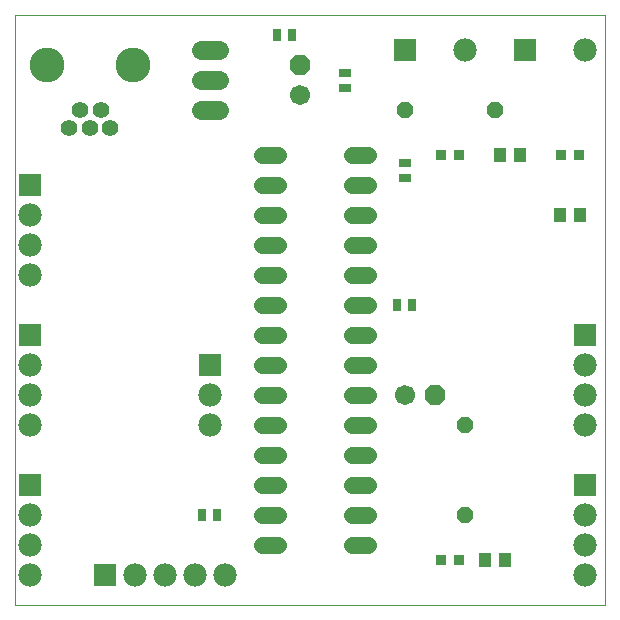
<source format=gts>
G75*
G70*
%OFA0B0*%
%FSLAX24Y24*%
%IPPOS*%
%LPD*%
%AMOC8*
5,1,8,0,0,1.08239X$1,22.5*
%
%ADD10C,0.0000*%
%ADD11C,0.0560*%
%ADD12R,0.0355X0.0355*%
%ADD13R,0.0434X0.0473*%
%ADD14OC8,0.0560*%
%ADD15C,0.0555*%
%ADD16C,0.1162*%
%ADD17C,0.0640*%
%ADD18R,0.0316X0.0394*%
%ADD19R,0.0394X0.0316*%
%ADD20R,0.0780X0.0780*%
%ADD21C,0.0780*%
%ADD22OC8,0.0670*%
%ADD23C,0.0670*%
D10*
X000181Y000181D02*
X000181Y019866D01*
X019866Y019866D01*
X019866Y000181D01*
X000181Y000181D01*
D11*
X008421Y002181D02*
X008941Y002181D01*
X008941Y003181D02*
X008421Y003181D01*
X008421Y004181D02*
X008941Y004181D01*
X008941Y005181D02*
X008421Y005181D01*
X008421Y006181D02*
X008941Y006181D01*
X008941Y007181D02*
X008421Y007181D01*
X008421Y008181D02*
X008941Y008181D01*
X008941Y009181D02*
X008421Y009181D01*
X008421Y010181D02*
X008941Y010181D01*
X008941Y011181D02*
X008421Y011181D01*
X008421Y012181D02*
X008941Y012181D01*
X008941Y013181D02*
X008421Y013181D01*
X008421Y014181D02*
X008941Y014181D01*
X008941Y015181D02*
X008421Y015181D01*
X011421Y015181D02*
X011941Y015181D01*
X011941Y014181D02*
X011421Y014181D01*
X011421Y013181D02*
X011941Y013181D01*
X011941Y012181D02*
X011421Y012181D01*
X011421Y011181D02*
X011941Y011181D01*
X011941Y010181D02*
X011421Y010181D01*
X011421Y009181D02*
X011941Y009181D01*
X011941Y008181D02*
X011421Y008181D01*
X011421Y007181D02*
X011941Y007181D01*
X011941Y006181D02*
X011421Y006181D01*
X011421Y005181D02*
X011941Y005181D01*
X011941Y004181D02*
X011421Y004181D01*
X011421Y003181D02*
X011941Y003181D01*
X011941Y002181D02*
X011421Y002181D01*
D12*
X014386Y001681D03*
X014977Y001681D03*
X014977Y015181D03*
X014386Y015181D03*
X018386Y015181D03*
X018977Y015181D03*
D13*
X017016Y015181D03*
X016347Y015181D03*
X018347Y013181D03*
X019016Y013181D03*
X016516Y001681D03*
X015847Y001681D03*
D14*
X015181Y003181D03*
X015181Y006181D03*
X016181Y016681D03*
X013181Y016681D03*
D15*
X003351Y016081D03*
X002681Y016081D03*
X002351Y016701D03*
X001981Y016081D03*
X003041Y016701D03*
D16*
X004118Y018181D03*
X001244Y018181D03*
D17*
X006381Y017681D02*
X006981Y017681D01*
X006981Y016681D02*
X006381Y016681D01*
X006381Y018681D02*
X006981Y018681D01*
D18*
X008926Y019181D03*
X009437Y019181D03*
X012926Y010181D03*
X013437Y010181D03*
X006937Y003181D03*
X006426Y003181D03*
D19*
X013181Y014426D03*
X013181Y014937D03*
X011181Y017426D03*
X011181Y017937D03*
D20*
X013181Y018681D03*
X017181Y018681D03*
X019181Y009181D03*
X019181Y004181D03*
X006681Y008181D03*
X000681Y009181D03*
X000681Y004181D03*
X003181Y001181D03*
X000681Y014181D03*
D21*
X000681Y013181D03*
X000681Y012181D03*
X000681Y011181D03*
X000681Y008181D03*
X000681Y007181D03*
X000681Y006181D03*
X000681Y003181D03*
X000681Y002181D03*
X000681Y001181D03*
X004181Y001181D03*
X005181Y001181D03*
X006181Y001181D03*
X007181Y001181D03*
X006681Y006181D03*
X006681Y007181D03*
X015181Y018681D03*
X019181Y018681D03*
X019181Y008181D03*
X019181Y007181D03*
X019181Y006181D03*
X019181Y003181D03*
X019181Y002181D03*
X019181Y001181D03*
D22*
X014181Y007181D03*
X009681Y018181D03*
D23*
X009681Y017181D03*
X013181Y007181D03*
M02*

</source>
